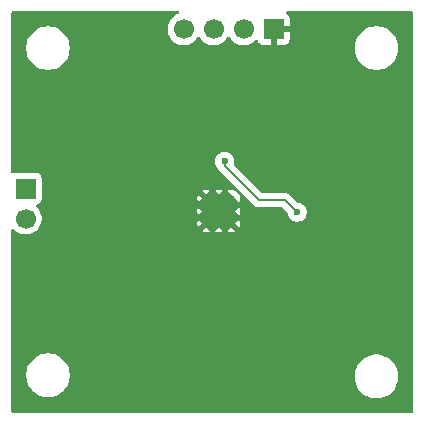
<source format=gbr>
%TF.GenerationSoftware,KiCad,Pcbnew,9.0.3-9.0.3-0~ubuntu24.04.1*%
%TF.CreationDate,2025-12-01T14:44:41+02:00*%
%TF.ProjectId,Induction_Meassure,496e6475-6374-4696-9f6e-5f4d65617373,rev?*%
%TF.SameCoordinates,Original*%
%TF.FileFunction,Copper,L2,Bot*%
%TF.FilePolarity,Positive*%
%FSLAX46Y46*%
G04 Gerber Fmt 4.6, Leading zero omitted, Abs format (unit mm)*
G04 Created by KiCad (PCBNEW 9.0.3-9.0.3-0~ubuntu24.04.1) date 2025-12-01 14:44:41*
%MOMM*%
%LPD*%
G01*
G04 APERTURE LIST*
%TA.AperFunction,HeatsinkPad*%
%ADD10C,0.500000*%
%TD*%
%TA.AperFunction,HeatsinkPad*%
%ADD11R,2.600000X2.600000*%
%TD*%
%TA.AperFunction,ComponentPad*%
%ADD12R,1.700000X1.700000*%
%TD*%
%TA.AperFunction,ComponentPad*%
%ADD13C,1.700000*%
%TD*%
%TA.AperFunction,ViaPad*%
%ADD14C,0.600000*%
%TD*%
%TA.AperFunction,Conductor*%
%ADD15C,0.200000*%
%TD*%
G04 APERTURE END LIST*
D10*
%TO.P,U1,17,GND*%
%TO.N,GND*%
X170300000Y-81850000D03*
X170300000Y-80800000D03*
X170300000Y-79750000D03*
X169250000Y-81850000D03*
X169250000Y-80800000D03*
D11*
X169250000Y-80800000D03*
D10*
X169250000Y-79750000D03*
X168200000Y-81850000D03*
X168200000Y-80800000D03*
X168200000Y-79750000D03*
%TD*%
D12*
%TO.P,J2,1,Pin_1*%
%TO.N,Net-(J2-Pin_1)*%
X152900000Y-78900000D03*
D13*
%TO.P,J2,2,Pin_2*%
%TO.N,Net-(J2-Pin_2)*%
X152900000Y-81440000D03*
%TD*%
D12*
%TO.P,J1,1,Pin_1*%
%TO.N,GND*%
X173900000Y-65400000D03*
D13*
%TO.P,J1,2,Pin_2*%
%TO.N,Net-(J1-Pin_2)*%
X171360000Y-65400000D03*
%TO.P,J1,3,Pin_3*%
%TO.N,Net-(J1-Pin_3)*%
X168820000Y-65400000D03*
%TO.P,J1,4,Pin_4*%
%TO.N,Net-(J1-Pin_4)*%
X166280000Y-65400000D03*
%TD*%
D14*
%TO.N,GND*%
X172700000Y-73700000D03*
X173200000Y-77400000D03*
%TO.N,Net-(J1-Pin_4)*%
X175900000Y-80900000D03*
X169750000Y-76600000D03*
%TD*%
D15*
%TO.N,Net-(J1-Pin_4)*%
X174900000Y-79900000D02*
X172700000Y-79900000D01*
X172700000Y-79900000D02*
X169750000Y-76950000D01*
X175900000Y-80900000D02*
X174900000Y-79900000D01*
X169750000Y-76950000D02*
X169750000Y-76600000D01*
%TD*%
%TA.AperFunction,Conductor*%
%TO.N,GND*%
G36*
X165870366Y-63900185D02*
G01*
X165916121Y-63952989D01*
X165926065Y-64022147D01*
X165897040Y-64085703D01*
X165841645Y-64122430D01*
X165761588Y-64148443D01*
X165761585Y-64148444D01*
X165572179Y-64244951D01*
X165400213Y-64369890D01*
X165249890Y-64520213D01*
X165124951Y-64692179D01*
X165028444Y-64881585D01*
X164962753Y-65083760D01*
X164947326Y-65181162D01*
X164929500Y-65293713D01*
X164929500Y-65506287D01*
X164962754Y-65716243D01*
X164982580Y-65777262D01*
X165028444Y-65918414D01*
X165124951Y-66107820D01*
X165249890Y-66279786D01*
X165400213Y-66430109D01*
X165572179Y-66555048D01*
X165572181Y-66555049D01*
X165572184Y-66555051D01*
X165761588Y-66651557D01*
X165963757Y-66717246D01*
X166173713Y-66750500D01*
X166173714Y-66750500D01*
X166386286Y-66750500D01*
X166386287Y-66750500D01*
X166596243Y-66717246D01*
X166798412Y-66651557D01*
X166987816Y-66555051D01*
X167074478Y-66492088D01*
X167159786Y-66430109D01*
X167159788Y-66430106D01*
X167159792Y-66430104D01*
X167310104Y-66279792D01*
X167310106Y-66279788D01*
X167310109Y-66279786D01*
X167435048Y-66107820D01*
X167435047Y-66107820D01*
X167435051Y-66107816D01*
X167439514Y-66099054D01*
X167487488Y-66048259D01*
X167555308Y-66031463D01*
X167621444Y-66053999D01*
X167660486Y-66099056D01*
X167664951Y-66107820D01*
X167789890Y-66279786D01*
X167940213Y-66430109D01*
X168112179Y-66555048D01*
X168112181Y-66555049D01*
X168112184Y-66555051D01*
X168301588Y-66651557D01*
X168503757Y-66717246D01*
X168713713Y-66750500D01*
X168713714Y-66750500D01*
X168926286Y-66750500D01*
X168926287Y-66750500D01*
X169136243Y-66717246D01*
X169338412Y-66651557D01*
X169527816Y-66555051D01*
X169614478Y-66492088D01*
X169699786Y-66430109D01*
X169699788Y-66430106D01*
X169699792Y-66430104D01*
X169850104Y-66279792D01*
X169850106Y-66279788D01*
X169850109Y-66279786D01*
X169975048Y-66107820D01*
X169975047Y-66107820D01*
X169975051Y-66107816D01*
X169979514Y-66099054D01*
X170027488Y-66048259D01*
X170095308Y-66031463D01*
X170161444Y-66053999D01*
X170200486Y-66099056D01*
X170204951Y-66107820D01*
X170329890Y-66279786D01*
X170480213Y-66430109D01*
X170652179Y-66555048D01*
X170652181Y-66555049D01*
X170652184Y-66555051D01*
X170841588Y-66651557D01*
X171043757Y-66717246D01*
X171253713Y-66750500D01*
X171253714Y-66750500D01*
X171466286Y-66750500D01*
X171466287Y-66750500D01*
X171676243Y-66717246D01*
X171878412Y-66651557D01*
X172067816Y-66555051D01*
X172154478Y-66492088D01*
X172239784Y-66430110D01*
X172239784Y-66430109D01*
X172239792Y-66430104D01*
X172353717Y-66316178D01*
X172415036Y-66282696D01*
X172484728Y-66287680D01*
X172540662Y-66329551D01*
X172557577Y-66360528D01*
X172606646Y-66492088D01*
X172606649Y-66492093D01*
X172692809Y-66607187D01*
X172692812Y-66607190D01*
X172807906Y-66693350D01*
X172807913Y-66693354D01*
X172942620Y-66743596D01*
X172942627Y-66743598D01*
X173002155Y-66749999D01*
X173002172Y-66750000D01*
X173650000Y-66750000D01*
X173650000Y-65833012D01*
X173707007Y-65865925D01*
X173834174Y-65900000D01*
X173965826Y-65900000D01*
X174092993Y-65865925D01*
X174150000Y-65833012D01*
X174150000Y-66750000D01*
X174797828Y-66750000D01*
X174797844Y-66749999D01*
X174857372Y-66743598D01*
X174857379Y-66743596D01*
X174992086Y-66693354D01*
X174992093Y-66693350D01*
X175107187Y-66607190D01*
X175107190Y-66607187D01*
X175193350Y-66492093D01*
X175193354Y-66492086D01*
X175243596Y-66357379D01*
X175243598Y-66357372D01*
X175249999Y-66297844D01*
X175250000Y-66297827D01*
X175250000Y-65650000D01*
X174333012Y-65650000D01*
X174365925Y-65592993D01*
X174400000Y-65465826D01*
X174400000Y-65334174D01*
X174365925Y-65207007D01*
X174333012Y-65150000D01*
X175250000Y-65150000D01*
X175250000Y-64502172D01*
X175249999Y-64502155D01*
X175243598Y-64442627D01*
X175243596Y-64442620D01*
X175193354Y-64307913D01*
X175193350Y-64307906D01*
X175107190Y-64192812D01*
X174988241Y-64103766D01*
X174946371Y-64047832D01*
X174941387Y-63978141D01*
X174974873Y-63916818D01*
X175036196Y-63883334D01*
X175062553Y-63880500D01*
X185565500Y-63880500D01*
X185632539Y-63900185D01*
X185678294Y-63952989D01*
X185689500Y-64004500D01*
X185689500Y-97755500D01*
X185669815Y-97822539D01*
X185617011Y-97868294D01*
X185565500Y-97879500D01*
X151814500Y-97879500D01*
X151747461Y-97859815D01*
X151701706Y-97807011D01*
X151690500Y-97755500D01*
X151690500Y-94578711D01*
X152949500Y-94578711D01*
X152949500Y-94821288D01*
X152981161Y-95061785D01*
X153043947Y-95296104D01*
X153085367Y-95396100D01*
X153136776Y-95520212D01*
X153258064Y-95730289D01*
X153258066Y-95730292D01*
X153258067Y-95730293D01*
X153405733Y-95922736D01*
X153405739Y-95922743D01*
X153577256Y-96094260D01*
X153577262Y-96094265D01*
X153769711Y-96241936D01*
X153979788Y-96363224D01*
X154203900Y-96456054D01*
X154438211Y-96518838D01*
X154618586Y-96542584D01*
X154678711Y-96550500D01*
X154678712Y-96550500D01*
X154921289Y-96550500D01*
X154969388Y-96544167D01*
X155161789Y-96518838D01*
X155396100Y-96456054D01*
X155620212Y-96363224D01*
X155830289Y-96241936D01*
X156022738Y-96094265D01*
X156194265Y-95922738D01*
X156341936Y-95730289D01*
X156463224Y-95520212D01*
X156556054Y-95296100D01*
X156618838Y-95061789D01*
X156650500Y-94821288D01*
X156650500Y-94678711D01*
X180749500Y-94678711D01*
X180749500Y-94921288D01*
X180781161Y-95161785D01*
X180843947Y-95396104D01*
X180936773Y-95620205D01*
X180936776Y-95620212D01*
X181058064Y-95830289D01*
X181058066Y-95830292D01*
X181058067Y-95830293D01*
X181205733Y-96022736D01*
X181205739Y-96022743D01*
X181377256Y-96194260D01*
X181377262Y-96194265D01*
X181569711Y-96341936D01*
X181779788Y-96463224D01*
X182003900Y-96556054D01*
X182238211Y-96618838D01*
X182418586Y-96642584D01*
X182478711Y-96650500D01*
X182478712Y-96650500D01*
X182721289Y-96650500D01*
X182769388Y-96644167D01*
X182961789Y-96618838D01*
X183196100Y-96556054D01*
X183420212Y-96463224D01*
X183630289Y-96341936D01*
X183822738Y-96194265D01*
X183994265Y-96022738D01*
X184141936Y-95830289D01*
X184263224Y-95620212D01*
X184356054Y-95396100D01*
X184418838Y-95161789D01*
X184450500Y-94921288D01*
X184450500Y-94678712D01*
X184418838Y-94438211D01*
X184356054Y-94203900D01*
X184263224Y-93979788D01*
X184141936Y-93769711D01*
X184081018Y-93690321D01*
X183994266Y-93577263D01*
X183994260Y-93577256D01*
X183822743Y-93405739D01*
X183822736Y-93405733D01*
X183630293Y-93258067D01*
X183630292Y-93258066D01*
X183630289Y-93258064D01*
X183420212Y-93136776D01*
X183420205Y-93136773D01*
X183196104Y-93043947D01*
X182961785Y-92981161D01*
X182721289Y-92949500D01*
X182721288Y-92949500D01*
X182478712Y-92949500D01*
X182478711Y-92949500D01*
X182238214Y-92981161D01*
X182003895Y-93043947D01*
X181779794Y-93136773D01*
X181779785Y-93136777D01*
X181569706Y-93258067D01*
X181377263Y-93405733D01*
X181377256Y-93405739D01*
X181205739Y-93577256D01*
X181205733Y-93577263D01*
X181058067Y-93769706D01*
X180936777Y-93979785D01*
X180936773Y-93979794D01*
X180843947Y-94203895D01*
X180781161Y-94438214D01*
X180749500Y-94678711D01*
X156650500Y-94678711D01*
X156650500Y-94578712D01*
X156618838Y-94338211D01*
X156556054Y-94103900D01*
X156463224Y-93879788D01*
X156341936Y-93669711D01*
X156194265Y-93477262D01*
X156194260Y-93477256D01*
X156022743Y-93305739D01*
X156022736Y-93305733D01*
X155830293Y-93158067D01*
X155830292Y-93158066D01*
X155830289Y-93158064D01*
X155620212Y-93036776D01*
X155620205Y-93036773D01*
X155396104Y-92943947D01*
X155161785Y-92881161D01*
X154921289Y-92849500D01*
X154921288Y-92849500D01*
X154678712Y-92849500D01*
X154678711Y-92849500D01*
X154438214Y-92881161D01*
X154203895Y-92943947D01*
X153979794Y-93036773D01*
X153979785Y-93036777D01*
X153769706Y-93158067D01*
X153577263Y-93305733D01*
X153577256Y-93305739D01*
X153405739Y-93477256D01*
X153405733Y-93477263D01*
X153258067Y-93669706D01*
X153136777Y-93879785D01*
X153136773Y-93879794D01*
X153043947Y-94103895D01*
X152981161Y-94338214D01*
X152949500Y-94578711D01*
X151690500Y-94578711D01*
X151690500Y-82439758D01*
X151710185Y-82372719D01*
X151762989Y-82326964D01*
X151832147Y-82317020D01*
X151895703Y-82346045D01*
X151902181Y-82352077D01*
X152020213Y-82470109D01*
X152192179Y-82595048D01*
X152192181Y-82595049D01*
X152192184Y-82595051D01*
X152381588Y-82691557D01*
X152583757Y-82757246D01*
X152793713Y-82790500D01*
X152793714Y-82790500D01*
X153006286Y-82790500D01*
X153006287Y-82790500D01*
X153216243Y-82757246D01*
X153418412Y-82691557D01*
X153607816Y-82595051D01*
X153640679Y-82571175D01*
X153700687Y-82527577D01*
X167875975Y-82527577D01*
X167981236Y-82571178D01*
X167981240Y-82571179D01*
X168126126Y-82599999D01*
X168126129Y-82600000D01*
X168273871Y-82600000D01*
X168273873Y-82599999D01*
X168418760Y-82571179D01*
X168418775Y-82571175D01*
X168524024Y-82527578D01*
X168524024Y-82527577D01*
X168925975Y-82527577D01*
X169031236Y-82571178D01*
X169031240Y-82571179D01*
X169176126Y-82599999D01*
X169176129Y-82600000D01*
X169323871Y-82600000D01*
X169323873Y-82599999D01*
X169468760Y-82571179D01*
X169468775Y-82571175D01*
X169574024Y-82527578D01*
X169574024Y-82527577D01*
X169975975Y-82527577D01*
X170081236Y-82571178D01*
X170081240Y-82571179D01*
X170226126Y-82599999D01*
X170226129Y-82600000D01*
X170373871Y-82600000D01*
X170373873Y-82599999D01*
X170518760Y-82571179D01*
X170518775Y-82571175D01*
X170624024Y-82527578D01*
X170624024Y-82527577D01*
X170300001Y-82203554D01*
X170300000Y-82203554D01*
X169975975Y-82527577D01*
X169574024Y-82527577D01*
X169250001Y-82203554D01*
X169250000Y-82203554D01*
X168925975Y-82527577D01*
X168524024Y-82527577D01*
X168200001Y-82203554D01*
X168200000Y-82203554D01*
X167875975Y-82527577D01*
X153700687Y-82527577D01*
X153779786Y-82470109D01*
X153779788Y-82470106D01*
X153779792Y-82470104D01*
X153930104Y-82319792D01*
X153930106Y-82319788D01*
X153930109Y-82319786D01*
X154055048Y-82147820D01*
X154055047Y-82147820D01*
X154055051Y-82147816D01*
X154151557Y-81958412D01*
X154210786Y-81776126D01*
X167450000Y-81776126D01*
X167450000Y-81923873D01*
X167478820Y-82068759D01*
X167478822Y-82068767D01*
X167522421Y-82174024D01*
X167846446Y-81850000D01*
X167846446Y-81849999D01*
X167826556Y-81830109D01*
X168100000Y-81830109D01*
X168100000Y-81869891D01*
X168115224Y-81906645D01*
X168143355Y-81934776D01*
X168180109Y-81950000D01*
X168219891Y-81950000D01*
X168256645Y-81934776D01*
X168284776Y-81906645D01*
X168300000Y-81869891D01*
X168300000Y-81850000D01*
X168553554Y-81850000D01*
X168725000Y-82021446D01*
X168896446Y-81850000D01*
X168876555Y-81830109D01*
X169150000Y-81830109D01*
X169150000Y-81869891D01*
X169165224Y-81906645D01*
X169193355Y-81934776D01*
X169230109Y-81950000D01*
X169269891Y-81950000D01*
X169306645Y-81934776D01*
X169334776Y-81906645D01*
X169350000Y-81869891D01*
X169350000Y-81850000D01*
X169603554Y-81850000D01*
X169775000Y-82021446D01*
X169946446Y-81850000D01*
X169926555Y-81830109D01*
X170200000Y-81830109D01*
X170200000Y-81869891D01*
X170215224Y-81906645D01*
X170243355Y-81934776D01*
X170280109Y-81950000D01*
X170319891Y-81950000D01*
X170356645Y-81934776D01*
X170384776Y-81906645D01*
X170400000Y-81869891D01*
X170400000Y-81849999D01*
X170653554Y-81849999D01*
X170653554Y-81850001D01*
X170977577Y-82174024D01*
X170977578Y-82174024D01*
X171021175Y-82068775D01*
X171021179Y-82068760D01*
X171049999Y-81923873D01*
X171050000Y-81923871D01*
X171050000Y-81776128D01*
X171049999Y-81776126D01*
X171021179Y-81631240D01*
X171021178Y-81631236D01*
X170977577Y-81525975D01*
X170653554Y-81849999D01*
X170400000Y-81849999D01*
X170400000Y-81830109D01*
X170384776Y-81793355D01*
X170356645Y-81765224D01*
X170319891Y-81750000D01*
X170280109Y-81750000D01*
X170243355Y-81765224D01*
X170215224Y-81793355D01*
X170200000Y-81830109D01*
X169926555Y-81830109D01*
X169775000Y-81678554D01*
X169603554Y-81850000D01*
X169350000Y-81850000D01*
X169350000Y-81830109D01*
X169334776Y-81793355D01*
X169306645Y-81765224D01*
X169269891Y-81750000D01*
X169230109Y-81750000D01*
X169193355Y-81765224D01*
X169165224Y-81793355D01*
X169150000Y-81830109D01*
X168876555Y-81830109D01*
X168725000Y-81678554D01*
X168553554Y-81850000D01*
X168300000Y-81850000D01*
X168300000Y-81830109D01*
X168284776Y-81793355D01*
X168256645Y-81765224D01*
X168219891Y-81750000D01*
X168180109Y-81750000D01*
X168143355Y-81765224D01*
X168115224Y-81793355D01*
X168100000Y-81830109D01*
X167826556Y-81830109D01*
X167522421Y-81525974D01*
X167522420Y-81525974D01*
X167478823Y-81631228D01*
X167478820Y-81631240D01*
X167450000Y-81776126D01*
X154210786Y-81776126D01*
X154217246Y-81756243D01*
X154250500Y-81546287D01*
X154250500Y-81333713D01*
X154249120Y-81325000D01*
X168028554Y-81325000D01*
X168200000Y-81496446D01*
X168371446Y-81325000D01*
X169078554Y-81325000D01*
X169250000Y-81496446D01*
X169421446Y-81325000D01*
X170128554Y-81325000D01*
X170300000Y-81496446D01*
X170471446Y-81325000D01*
X170300000Y-81153554D01*
X170128554Y-81325000D01*
X169421446Y-81325000D01*
X169250000Y-81153554D01*
X169078554Y-81325000D01*
X168371446Y-81325000D01*
X168200000Y-81153554D01*
X168028554Y-81325000D01*
X154249120Y-81325000D01*
X154217246Y-81123757D01*
X154151557Y-80921588D01*
X154055051Y-80732184D01*
X154055050Y-80732182D01*
X154050650Y-80726126D01*
X167450000Y-80726126D01*
X167450000Y-80873873D01*
X167478820Y-81018759D01*
X167478822Y-81018767D01*
X167522421Y-81124024D01*
X167846446Y-80800000D01*
X167846446Y-80799999D01*
X167826556Y-80780109D01*
X168100000Y-80780109D01*
X168100000Y-80819891D01*
X168115224Y-80856645D01*
X168143355Y-80884776D01*
X168180109Y-80900000D01*
X168219891Y-80900000D01*
X168256645Y-80884776D01*
X168284776Y-80856645D01*
X168300000Y-80819891D01*
X168300000Y-80800000D01*
X168553554Y-80800000D01*
X168725000Y-80971446D01*
X168896446Y-80800000D01*
X168876555Y-80780109D01*
X169150000Y-80780109D01*
X169150000Y-80819891D01*
X169165224Y-80856645D01*
X169193355Y-80884776D01*
X169230109Y-80900000D01*
X169269891Y-80900000D01*
X169306645Y-80884776D01*
X169334776Y-80856645D01*
X169350000Y-80819891D01*
X169350000Y-80800000D01*
X169603554Y-80800000D01*
X169775000Y-80971446D01*
X169946446Y-80800000D01*
X169926555Y-80780109D01*
X170200000Y-80780109D01*
X170200000Y-80819891D01*
X170215224Y-80856645D01*
X170243355Y-80884776D01*
X170280109Y-80900000D01*
X170319891Y-80900000D01*
X170356645Y-80884776D01*
X170384776Y-80856645D01*
X170400000Y-80819891D01*
X170400000Y-80799999D01*
X170653554Y-80799999D01*
X170653554Y-80800001D01*
X170977577Y-81124024D01*
X170977578Y-81124024D01*
X171021175Y-81018775D01*
X171021179Y-81018760D01*
X171049999Y-80873873D01*
X171050000Y-80873871D01*
X171050000Y-80726128D01*
X171049999Y-80726126D01*
X171021179Y-80581240D01*
X171021178Y-80581236D01*
X170977577Y-80475975D01*
X170653554Y-80799999D01*
X170400000Y-80799999D01*
X170400000Y-80780109D01*
X170384776Y-80743355D01*
X170356645Y-80715224D01*
X170319891Y-80700000D01*
X170280109Y-80700000D01*
X170243355Y-80715224D01*
X170215224Y-80743355D01*
X170200000Y-80780109D01*
X169926555Y-80780109D01*
X169775000Y-80628554D01*
X169603554Y-80800000D01*
X169350000Y-80800000D01*
X169350000Y-80780109D01*
X169334776Y-80743355D01*
X169306645Y-80715224D01*
X169269891Y-80700000D01*
X169230109Y-80700000D01*
X169193355Y-80715224D01*
X169165224Y-80743355D01*
X169150000Y-80780109D01*
X168876555Y-80780109D01*
X168725000Y-80628554D01*
X168553554Y-80800000D01*
X168300000Y-80800000D01*
X168300000Y-80780109D01*
X168284776Y-80743355D01*
X168256645Y-80715224D01*
X168219891Y-80700000D01*
X168180109Y-80700000D01*
X168143355Y-80715224D01*
X168115224Y-80743355D01*
X168100000Y-80780109D01*
X167826556Y-80780109D01*
X167522421Y-80475974D01*
X167522420Y-80475974D01*
X167478823Y-80581228D01*
X167478820Y-80581240D01*
X167450000Y-80726126D01*
X154050650Y-80726126D01*
X153930109Y-80560213D01*
X153816569Y-80446673D01*
X153783084Y-80385350D01*
X153788068Y-80315658D01*
X153818505Y-80275000D01*
X168028554Y-80275000D01*
X168200000Y-80446446D01*
X168371446Y-80275000D01*
X169078554Y-80275000D01*
X169250000Y-80446446D01*
X169421446Y-80275000D01*
X170128554Y-80275000D01*
X170300000Y-80446446D01*
X170471446Y-80275000D01*
X170300000Y-80103554D01*
X170128554Y-80275000D01*
X169421446Y-80275000D01*
X169250000Y-80103554D01*
X169078554Y-80275000D01*
X168371446Y-80275000D01*
X168200000Y-80103554D01*
X168028554Y-80275000D01*
X153818505Y-80275000D01*
X153829940Y-80259725D01*
X153860915Y-80242810D01*
X153992331Y-80193796D01*
X154077199Y-80130264D01*
X154085070Y-80124372D01*
X154095826Y-80116318D01*
X154107546Y-80107546D01*
X154193796Y-79992331D01*
X154244091Y-79857483D01*
X154250500Y-79797873D01*
X154250500Y-79676126D01*
X167450000Y-79676126D01*
X167450000Y-79823873D01*
X167478820Y-79968759D01*
X167478822Y-79968767D01*
X167522421Y-80074024D01*
X167846446Y-79750000D01*
X167846446Y-79749999D01*
X167826556Y-79730109D01*
X168100000Y-79730109D01*
X168100000Y-79769891D01*
X168115224Y-79806645D01*
X168143355Y-79834776D01*
X168180109Y-79850000D01*
X168219891Y-79850000D01*
X168256645Y-79834776D01*
X168284776Y-79806645D01*
X168300000Y-79769891D01*
X168300000Y-79750000D01*
X168553554Y-79750000D01*
X168725000Y-79921446D01*
X168896446Y-79750000D01*
X168876555Y-79730109D01*
X169150000Y-79730109D01*
X169150000Y-79769891D01*
X169165224Y-79806645D01*
X169193355Y-79834776D01*
X169230109Y-79850000D01*
X169269891Y-79850000D01*
X169306645Y-79834776D01*
X169334776Y-79806645D01*
X169350000Y-79769891D01*
X169350000Y-79750000D01*
X169603554Y-79750000D01*
X169775000Y-79921446D01*
X169946446Y-79750000D01*
X169926555Y-79730109D01*
X170200000Y-79730109D01*
X170200000Y-79769891D01*
X170215224Y-79806645D01*
X170243355Y-79834776D01*
X170280109Y-79850000D01*
X170319891Y-79850000D01*
X170356645Y-79834776D01*
X170384776Y-79806645D01*
X170400000Y-79769891D01*
X170400000Y-79730109D01*
X170384776Y-79693355D01*
X170356645Y-79665224D01*
X170319891Y-79650000D01*
X170280109Y-79650000D01*
X170243355Y-79665224D01*
X170215224Y-79693355D01*
X170200000Y-79730109D01*
X169926555Y-79730109D01*
X169775000Y-79578554D01*
X169603554Y-79750000D01*
X169350000Y-79750000D01*
X169350000Y-79730109D01*
X169334776Y-79693355D01*
X169306645Y-79665224D01*
X169269891Y-79650000D01*
X169230109Y-79650000D01*
X169193355Y-79665224D01*
X169165224Y-79693355D01*
X169150000Y-79730109D01*
X168876555Y-79730109D01*
X168725000Y-79578554D01*
X168553554Y-79750000D01*
X168300000Y-79750000D01*
X168300000Y-79730109D01*
X168284776Y-79693355D01*
X168256645Y-79665224D01*
X168219891Y-79650000D01*
X168180109Y-79650000D01*
X168143355Y-79665224D01*
X168115224Y-79693355D01*
X168100000Y-79730109D01*
X167826556Y-79730109D01*
X167522421Y-79425974D01*
X167522420Y-79425974D01*
X167478823Y-79531228D01*
X167478820Y-79531240D01*
X167450000Y-79676126D01*
X154250500Y-79676126D01*
X154250500Y-79072420D01*
X167875974Y-79072420D01*
X167875974Y-79072421D01*
X168200000Y-79396446D01*
X168200001Y-79396446D01*
X168524024Y-79072421D01*
X168524022Y-79072420D01*
X168925974Y-79072420D01*
X168925974Y-79072421D01*
X169250000Y-79396446D01*
X169250001Y-79396446D01*
X169574024Y-79072421D01*
X169574022Y-79072420D01*
X169975974Y-79072420D01*
X169975974Y-79072421D01*
X170476777Y-79573223D01*
X170977577Y-80074024D01*
X170977578Y-80074024D01*
X171021175Y-79968775D01*
X171021179Y-79968760D01*
X171049999Y-79823873D01*
X171050000Y-79823871D01*
X171050000Y-79676128D01*
X171049999Y-79676126D01*
X171021179Y-79531240D01*
X171021177Y-79531232D01*
X170964642Y-79394745D01*
X170964637Y-79394735D01*
X170903947Y-79303906D01*
X170746091Y-79146050D01*
X170655269Y-79085365D01*
X170655254Y-79085357D01*
X170518767Y-79028822D01*
X170518759Y-79028820D01*
X170373872Y-79000000D01*
X170226128Y-79000000D01*
X170081240Y-79028820D01*
X170081228Y-79028823D01*
X169975974Y-79072420D01*
X169574022Y-79072420D01*
X169468767Y-79028822D01*
X169468759Y-79028820D01*
X169323872Y-79000000D01*
X169176128Y-79000000D01*
X169031240Y-79028820D01*
X169031228Y-79028823D01*
X168925974Y-79072420D01*
X168524022Y-79072420D01*
X168418767Y-79028822D01*
X168418759Y-79028820D01*
X168273872Y-79000000D01*
X168126128Y-79000000D01*
X167981240Y-79028820D01*
X167981228Y-79028823D01*
X167875974Y-79072420D01*
X154250500Y-79072420D01*
X154250499Y-78002128D01*
X154244091Y-77942517D01*
X154193796Y-77807669D01*
X154193795Y-77807668D01*
X154193793Y-77807664D01*
X154107547Y-77692455D01*
X154107544Y-77692452D01*
X153992335Y-77606206D01*
X153992328Y-77606202D01*
X153857482Y-77555908D01*
X153857483Y-77555908D01*
X153797883Y-77549501D01*
X153797881Y-77549500D01*
X153797873Y-77549500D01*
X153797864Y-77549500D01*
X152002129Y-77549500D01*
X152002123Y-77549501D01*
X151942515Y-77555909D01*
X151857832Y-77587493D01*
X151788140Y-77592477D01*
X151726818Y-77558991D01*
X151693333Y-77497668D01*
X151690500Y-77471311D01*
X151690500Y-76521153D01*
X168949500Y-76521153D01*
X168949500Y-76678846D01*
X168980261Y-76833489D01*
X168980264Y-76833501D01*
X169040602Y-76979172D01*
X169040609Y-76979185D01*
X169128210Y-77110288D01*
X169128213Y-77110292D01*
X169166415Y-77148493D01*
X169186212Y-77174330D01*
X169190354Y-77181528D01*
X169190423Y-77181785D01*
X169213520Y-77221789D01*
X169213609Y-77221943D01*
X169269479Y-77318714D01*
X169269481Y-77318717D01*
X169388349Y-77437585D01*
X169388355Y-77437590D01*
X172215139Y-80264374D01*
X172215149Y-80264385D01*
X172219479Y-80268715D01*
X172219480Y-80268716D01*
X172331284Y-80380520D01*
X172418095Y-80430639D01*
X172418097Y-80430641D01*
X172456151Y-80452611D01*
X172468215Y-80459577D01*
X172620943Y-80500501D01*
X172620946Y-80500501D01*
X172786653Y-80500501D01*
X172786669Y-80500500D01*
X174599903Y-80500500D01*
X174666942Y-80520185D01*
X174687584Y-80536819D01*
X175065425Y-80914660D01*
X175098910Y-80975983D01*
X175099361Y-80978149D01*
X175130261Y-81133491D01*
X175130264Y-81133501D01*
X175190602Y-81279172D01*
X175190609Y-81279185D01*
X175278210Y-81410288D01*
X175278213Y-81410292D01*
X175389707Y-81521786D01*
X175389711Y-81521789D01*
X175520814Y-81609390D01*
X175520827Y-81609397D01*
X175666498Y-81669735D01*
X175666503Y-81669737D01*
X175821153Y-81700499D01*
X175821156Y-81700500D01*
X175821158Y-81700500D01*
X175978844Y-81700500D01*
X175978845Y-81700499D01*
X176133497Y-81669737D01*
X176279179Y-81609394D01*
X176410289Y-81521789D01*
X176521789Y-81410289D01*
X176609394Y-81279179D01*
X176669737Y-81133497D01*
X176700500Y-80978842D01*
X176700500Y-80821158D01*
X176700500Y-80821155D01*
X176700499Y-80821153D01*
X176669738Y-80666510D01*
X176669737Y-80666503D01*
X176654018Y-80628554D01*
X176609397Y-80520827D01*
X176609390Y-80520814D01*
X176521789Y-80389711D01*
X176521786Y-80389707D01*
X176410292Y-80278213D01*
X176410288Y-80278210D01*
X176279185Y-80190609D01*
X176279172Y-80190602D01*
X176133501Y-80130264D01*
X176133491Y-80130261D01*
X175978151Y-80099362D01*
X175916241Y-80066977D01*
X175914662Y-80065426D01*
X175387590Y-79538355D01*
X175387588Y-79538352D01*
X175268717Y-79419481D01*
X175268716Y-79419480D01*
X175181904Y-79369360D01*
X175181904Y-79369359D01*
X175181900Y-79369358D01*
X175131785Y-79340423D01*
X174979057Y-79299499D01*
X174820943Y-79299499D01*
X174813347Y-79299499D01*
X174813331Y-79299500D01*
X173000097Y-79299500D01*
X172933058Y-79279815D01*
X172912416Y-79263181D01*
X170560464Y-76911229D01*
X170526979Y-76849906D01*
X170526528Y-76799356D01*
X170550500Y-76678844D01*
X170550500Y-76521155D01*
X170550499Y-76521153D01*
X170519738Y-76366510D01*
X170519737Y-76366503D01*
X170519735Y-76366498D01*
X170459397Y-76220827D01*
X170459390Y-76220814D01*
X170371789Y-76089711D01*
X170371786Y-76089707D01*
X170260292Y-75978213D01*
X170260288Y-75978210D01*
X170129185Y-75890609D01*
X170129172Y-75890602D01*
X169983501Y-75830264D01*
X169983489Y-75830261D01*
X169828845Y-75799500D01*
X169828842Y-75799500D01*
X169671158Y-75799500D01*
X169671155Y-75799500D01*
X169516510Y-75830261D01*
X169516498Y-75830264D01*
X169370827Y-75890602D01*
X169370814Y-75890609D01*
X169239711Y-75978210D01*
X169239707Y-75978213D01*
X169128213Y-76089707D01*
X169128210Y-76089711D01*
X169040609Y-76220814D01*
X169040602Y-76220827D01*
X168980264Y-76366498D01*
X168980261Y-76366510D01*
X168949500Y-76521153D01*
X151690500Y-76521153D01*
X151690500Y-66878711D01*
X152949500Y-66878711D01*
X152949500Y-67121288D01*
X152981161Y-67361785D01*
X153043947Y-67596104D01*
X153136773Y-67820205D01*
X153136776Y-67820212D01*
X153258064Y-68030289D01*
X153258066Y-68030292D01*
X153258067Y-68030293D01*
X153405733Y-68222736D01*
X153405739Y-68222743D01*
X153577256Y-68394260D01*
X153577262Y-68394265D01*
X153769711Y-68541936D01*
X153979788Y-68663224D01*
X154203900Y-68756054D01*
X154438211Y-68818838D01*
X154618586Y-68842584D01*
X154678711Y-68850500D01*
X154678712Y-68850500D01*
X154921289Y-68850500D01*
X154969388Y-68844167D01*
X155161789Y-68818838D01*
X155396100Y-68756054D01*
X155620212Y-68663224D01*
X155830289Y-68541936D01*
X156022738Y-68394265D01*
X156194265Y-68222738D01*
X156341936Y-68030289D01*
X156463224Y-67820212D01*
X156556054Y-67596100D01*
X156618838Y-67361789D01*
X156650500Y-67121288D01*
X156650500Y-66878712D01*
X156650500Y-66878711D01*
X180749500Y-66878711D01*
X180749500Y-67121288D01*
X180781161Y-67361785D01*
X180843947Y-67596104D01*
X180936773Y-67820205D01*
X180936776Y-67820212D01*
X181058064Y-68030289D01*
X181058066Y-68030292D01*
X181058067Y-68030293D01*
X181205733Y-68222736D01*
X181205739Y-68222743D01*
X181377256Y-68394260D01*
X181377262Y-68394265D01*
X181569711Y-68541936D01*
X181779788Y-68663224D01*
X182003900Y-68756054D01*
X182238211Y-68818838D01*
X182418586Y-68842584D01*
X182478711Y-68850500D01*
X182478712Y-68850500D01*
X182721289Y-68850500D01*
X182769388Y-68844167D01*
X182961789Y-68818838D01*
X183196100Y-68756054D01*
X183420212Y-68663224D01*
X183630289Y-68541936D01*
X183822738Y-68394265D01*
X183994265Y-68222738D01*
X184141936Y-68030289D01*
X184263224Y-67820212D01*
X184356054Y-67596100D01*
X184418838Y-67361789D01*
X184450500Y-67121288D01*
X184450500Y-66878712D01*
X184418838Y-66638211D01*
X184356054Y-66403900D01*
X184263224Y-66179788D01*
X184141936Y-65969711D01*
X184059018Y-65861650D01*
X183994266Y-65777263D01*
X183994260Y-65777256D01*
X183822743Y-65605739D01*
X183822736Y-65605733D01*
X183630293Y-65458067D01*
X183630292Y-65458066D01*
X183630289Y-65458064D01*
X183420212Y-65336776D01*
X183413930Y-65334174D01*
X183196104Y-65243947D01*
X182961785Y-65181161D01*
X182721289Y-65149500D01*
X182721288Y-65149500D01*
X182478712Y-65149500D01*
X182478711Y-65149500D01*
X182238214Y-65181161D01*
X182003895Y-65243947D01*
X181779794Y-65336773D01*
X181779785Y-65336777D01*
X181650871Y-65411206D01*
X181571622Y-65456961D01*
X181569706Y-65458067D01*
X181377263Y-65605733D01*
X181377256Y-65605739D01*
X181205739Y-65777256D01*
X181205733Y-65777263D01*
X181058067Y-65969706D01*
X180936777Y-66179785D01*
X180936773Y-66179794D01*
X180843947Y-66403895D01*
X180781161Y-66638214D01*
X180749500Y-66878711D01*
X156650500Y-66878711D01*
X156618838Y-66638211D01*
X156556054Y-66403900D01*
X156463224Y-66179788D01*
X156341936Y-65969711D01*
X156259018Y-65861650D01*
X156194266Y-65777263D01*
X156194260Y-65777256D01*
X156022743Y-65605739D01*
X156022736Y-65605733D01*
X155830293Y-65458067D01*
X155830292Y-65458066D01*
X155830289Y-65458064D01*
X155620212Y-65336776D01*
X155613930Y-65334174D01*
X155396104Y-65243947D01*
X155161785Y-65181161D01*
X154921289Y-65149500D01*
X154921288Y-65149500D01*
X154678712Y-65149500D01*
X154678711Y-65149500D01*
X154438214Y-65181161D01*
X154203895Y-65243947D01*
X153979794Y-65336773D01*
X153979785Y-65336777D01*
X153850871Y-65411206D01*
X153771622Y-65456961D01*
X153769706Y-65458067D01*
X153577263Y-65605733D01*
X153577256Y-65605739D01*
X153405739Y-65777256D01*
X153405733Y-65777263D01*
X153258067Y-65969706D01*
X153136777Y-66179785D01*
X153136773Y-66179794D01*
X153043947Y-66403895D01*
X152981161Y-66638214D01*
X152949500Y-66878711D01*
X151690500Y-66878711D01*
X151690500Y-64004500D01*
X151710185Y-63937461D01*
X151762989Y-63891706D01*
X151814500Y-63880500D01*
X165803327Y-63880500D01*
X165870366Y-63900185D01*
G37*
%TD.AperFunction*%
%TD*%
M02*

</source>
